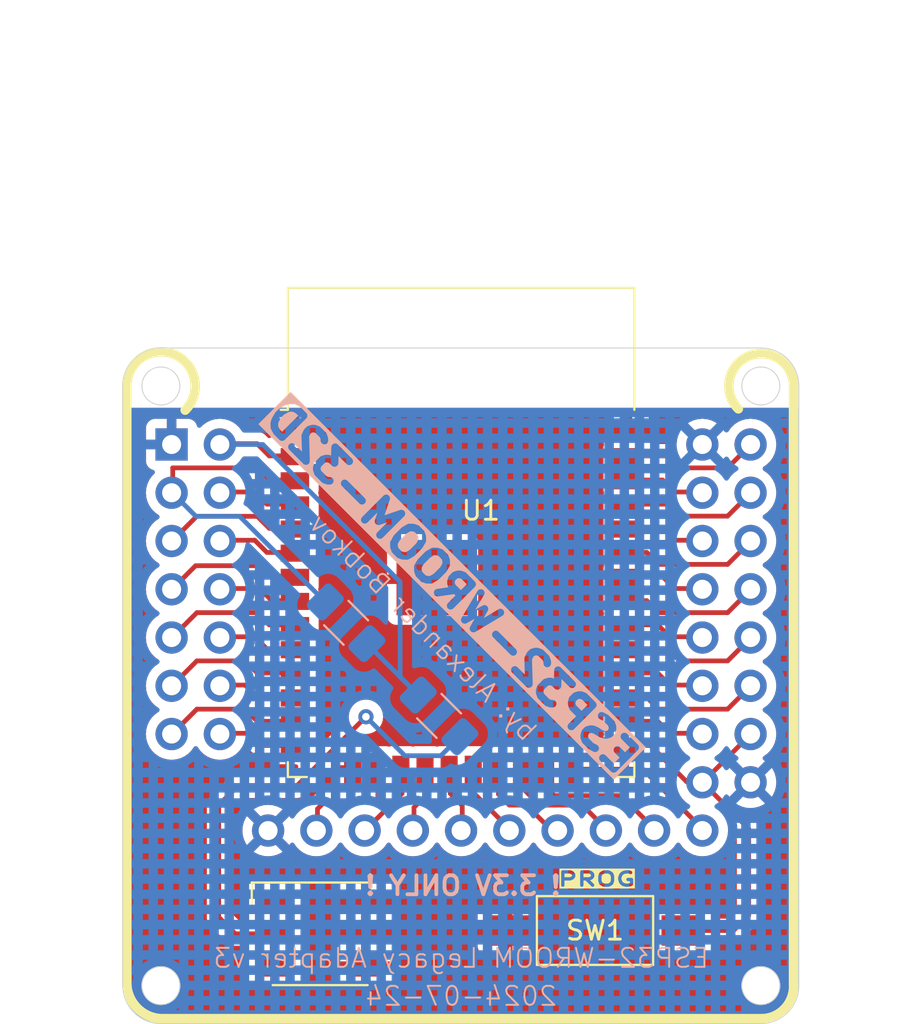
<source format=kicad_pcb>
(kicad_pcb (version 20240108) (generator "pcbnew") (generator_version "8.0")
  (layers (0 "F.Cu" signal) (31 "B.Cu" signal) (34 "B.Paste" user) (35 "F.Paste" user) (36 "B.SilkS" user "B.Silkscreen") (37 "F.SilkS" user "F.Silkscreen") (38 "B.Mask" user) (39 "F.Mask" user) (44 "Edge.Cuts" user))
  (net 0 "")
  (net 1 "GND")
  (net 2 "unconnected-(U1-SENSOR_VP-Pad4)")
  (net 3 "unconnected-(U1-SENSOR_VN-Pad5)")
  (net 4 "unconnected-(U1-IO34-Pad6)")
  (net 5 "unconnected-(U1-IO35-Pad7)")
  (net 6 "unconnected-(U1-IO32-Pad8)")
  (net 7 "unconnected-(U1-IO33-Pad9)")
  (net 8 "unconnected-(U1-IO25-Pad10)")
  (net 9 "unconnected-(U1-IO26-Pad11)")
  (net 10 "unconnected-(U1-IO27-Pad12)")
  (net 11 "unconnected-(U1-IO14-Pad13)")
  (net 12 "unconnected-(U1-IO12-Pad14)")
  (net 13 "unconnected-(U1-IO13-Pad16)")
  (net 14 "unconnected-(U1-SHD{slash}SD2-Pad17)")
  (net 15 "unconnected-(U1-SWP{slash}SD3-Pad18)")
  (net 16 "unconnected-(U1-SCS{slash}CMD-Pad19)")
  (net 17 "unconnected-(U1-SCK{slash}CLK-Pad20)")
  (net 18 "unconnected-(U1-SDO{slash}SD0-Pad21)")
  (net 19 "unconnected-(U1-SDI{slash}SD1-Pad22)")
  (net 20 "unconnected-(U1-IO15-Pad23)")
  (net 21 "unconnected-(U1-IO2-Pad24)")
  (net 22 "unconnected-(U1-IO4-Pad26)")
  (net 23 "unconnected-(U1-IO16-Pad27)")
  (net 24 "unconnected-(U1-IO17-Pad28)")
  (net 25 "unconnected-(U1-IO5-Pad29)")
  (net 26 "unconnected-(U1-IO18-Pad30)")
  (net 27 "unconnected-(U1-IO19-Pad31)")
  (net 28 "unconnected-(U1-NC-Pad32)")
  (net 29 "unconnected-(U1-IO21-Pad33)")
  (net 30 "unconnected-(U1-RXD0{slash}IO3-Pad34)")
  (net 31 "unconnected-(U1-TXD0{slash}IO1-Pad35)")
  (net 32 "unconnected-(U1-IO22-Pad36)")
  (net 33 "unconnected-(U1-IO23-Pad37)")
  (net 34 "+3V3")
  (net 36 "Net-(D1-AB)")
  (net 37 "Net-(U1-EN)")
  (net 38 "/GPIO0")
  (footprint "Alexander Footprint Library:LED_5050-6" (layer "F.Cu") (at 152.54 107.075)
    (property "Reference" "D1" (hide yes))
    (property "Value" "LED_SMD_5050")
    (fp_line (start -3.6 -2.7) (end 2.5 -2.7) (stroke (width 0.12)) (layer "F.SilkS"))
    (fp_line (start -3.6 -1.6) (end -3.6 -2.7) (stroke (width 0.12)) (layer "F.SilkS"))
    (fp_line (start 2.5 2.7) (end -2.5 2.7) (stroke (width 0.12)) (layer "F.SilkS"))
    (pad "1" smd rect (at -2.4 -1.7 90) (size 1.1 2) (layers "F.Cu" "F.Paste" "F.Mask") (net 36 "Net-(D1-AB)"))
    (pad "2" smd rect (at -2.4 0 90) (size 1.1 2) (layers "F.Cu" "F.Paste" "F.Mask") (net 36 "Net-(D1-AB)"))
    (pad "3" smd rect (at -2.4 1.7 90) (size 1.1 2) (layers "F.Cu" "F.Paste" "F.Mask") (net 36 "Net-(D1-AB)"))
    (pad "4" smd rect (at 2.4 1.7 90) (size 1.1 2) (layers "F.Cu" "F.Paste" "F.Mask") (net 1 "GND"))
    (pad "5" smd rect (at 2.4 0 90) (size 1.1 2) (layers "F.Cu" "F.Paste" "F.Mask") (net 1 "GND"))
    (pad "6" smd rect (at 2.4 -1.7 90) (size 1.1 2) (layers "F.Cu" "F.Paste" "F.Mask") (net 1 "GND"))
  )
  (footprint "Alexander Footprint Library:SW_SPST_6x3" (layer "F.Cu") (at 167.01 106.9 180)
    (property "Reference" "SW1" (at 0 0 0) (layer "F.SilkS"))
    (property "Value" "SW_Push")
    (fp_line (start 3.06 1.81) (end -3.06 1.81) (stroke (width 0.12)) (layer "F.SilkS"))
    (fp_line (start 3.06 -1.81) (end 3.06 1.81) (stroke (width 0.12)) (layer "F.SilkS"))
    (fp_line (start -3.06 1.81) (end -3.06 -1.81) (stroke (width 0.12)) (layer "F.SilkS"))
    (fp_line (start -3.06 -1.81) (end 3.06 -1.81) (stroke (width 0.12)) (layer "F.SilkS"))
    (pad "1" smd rect (at -4.59 0 180) (size 2.18 1.6) (layers "F.Cu" "F.Paste" "F.Mask") (net 38 "/GPIO0"))
    (pad "2" smd rect (at 4.59 0 180) (size 2.18 1.6) (layers "F.Cu" "F.Paste" "F.Mask") (net 1 "GND"))
  )
  (footprint "Alexander Footprint Library:ESP32-WROOM-Adapter-Legacy-v3" (layer "F.Cu") (at 159.96 88.94)
    (property "Reference" "U1" (at 1.04 -4.14 0) (layer "F.SilkS"))
    (property "Value" "ESP32-WROOM-32D")
    (fp_line (start -17.6 -10.6854) (end -17.6 20.9) (stroke (width 0.5)) (layer "F.SilkS"))
    (fp_line (start -9.12 -15.86) (end -9.12 -9.445) (stroke (width 0.12)) (layer "F.SilkS"))
    (fp_line (start -9.12 -15.86) (end 9.12 -15.86) (stroke (width 0.12)) (layer "F.SilkS"))
    (fp_line (start -9.12 -9.445) (end -9.5 -9.445) (stroke (width 0.12)) (layer "F.SilkS"))
    (fp_line (start -9.12 9.1) (end -9.12 9.88) (stroke (width 0.12)) (layer "F.SilkS"))
    (fp_line (start -9.12 9.88) (end -8.12 9.88) (stroke (width 0.12)) (layer "F.SilkS"))
    (fp_line (start 9.12 -15.86) (end 9.12 -9.445) (stroke (width 0.12)) (layer "F.SilkS"))
    (fp_line (start 9.12 9.1) (end 9.12 9.88) (stroke (width 0.12)) (layer "F.SilkS"))
    (fp_line (start 9.12 9.88) (end 8.12 9.88) (stroke (width 0.12)) (layer "F.SilkS"))
    (fp_line (start 15.8854 22.6) (end -15.7 22.6) (stroke (width 0.5)) (layer "F.SilkS"))
    (fp_line (start 17.5 -10.8) (end 17.5 20.7854) (stroke (width 0.5)) (layer "F.SilkS"))
    (fp_arc (start -17.6 -10.6854) (mid -15.117897 -12.365818) (end -14.527166 -9.427166) (stroke (width 0.5)) (layer "F.SilkS"))
    (fp_arc (start -15.700001 22.60263) (mid -17.00953 22.080265) (end -17.6 20.8) (stroke (width 0.5)) (layer "F.SilkS"))
    (fp_arc (start 14.595841 -9.495841) (mid 15.102381 -12.253488) (end 17.499999 -10.8) (stroke (width 0.5)) (layer "F.SilkS"))
    (fp_arc (start 17.5 20.7854) (mid 17.071898 22.033759) (end 15.880748 22.601944) (stroke (width 0.5)) (layer "F.SilkS"))
    (fp_line (start -17.8054 20.86) (end -17.8054 -10.7) (stroke (width 0.05)) (layer "Edge.Cuts"))
    (fp_line (start -15.8054 -12.7) (end 15.78 -12.7) (stroke (width 0.05)) (layer "Edge.Cuts"))
    (fp_line (start 15.78 22.86) (end -15.8054 22.86) (stroke (width 0.05)) (layer "Edge.Cuts"))
    (fp_line (start 17.78 -10.7) (end 17.78 20.86) (stroke (width 0.05)) (layer "Edge.Cuts"))
    (fp_arc (start -17.8054 -10.7) (mid -17.219614 -12.114214) (end -15.8054 -12.7) (stroke (width 0.05)) (layer "Edge.Cuts"))
    (fp_arc (start -15.8054 22.86) (mid -17.219614 22.274214) (end -17.8054 20.86) (stroke (width 0.05)) (layer "Edge.Cuts"))
    (fp_arc (start 15.78 -12.7) (mid 17.194214 -12.114214) (end 17.78 -10.7) (stroke (width 0.05)) (layer "Edge.Cuts"))
    (fp_arc (start 17.78 20.86) (mid 17.194214 22.274214) (end 15.78 22.86) (stroke (width 0.05)) (layer "Edge.Cuts"))
    (fp_circle (center -15.805401 -10.700001) (end -14.805401 -10.700001) (stroke (width 0.05)) (fill none) (layer "Edge.Cuts"))
    (fp_circle (center -15.805401 20.860001) (end -14.805401 20.860001) (stroke (width 0.05)) (fill none) (layer "Edge.Cuts"))
    (fp_circle (center 15.78 -10.7) (end 16.78 -10.7) (stroke (width 0.05)) (fill none) (layer "Edge.Cuts"))
    (fp_circle (center 15.78 20.86) (end 16.78 20.86) (stroke (width 0.05)) (fill none) (layer "Edge.Cuts"))
    (fp_text user "2024-07-24" (at 0 22 0) (layer "B.SilkS") (effects (font (thickness 0.1)) (justify bottom mirror)))
    (fp_text user "! 3.3V ONLY !" (at 0.1 15.6 0) (layer "B.SilkS") (effects (font (thickness 0.2) (bold yes)) (justify mirror)))
    (fp_text user "by: Alexander Bobkov" (at -2 2 -45) (layer "B.SilkS") (effects (font (thickness 0.1)) (justify mirror)))
    (fp_text user "ESP32-WROOM-32D" (at -0.5 -0.1 -45) (layer "B.SilkS" knockout) (effects (font (size 1.6 1.7) (thickness 0.4) (bold yes)) (justify mirror)))
    (fp_text user "ESP32-WROOM Legacy Adapter v3" (at 0 20 0) (layer "B.SilkS") (effects (font (thickness 0.1)) (justify bottom mirror)))
    (pad "1" thru_hole rect (at -15.24 -7.62) (size 1.7 1.7) (drill 1) (layers "*.Cu" "*.Mask") (net 1 "GND"))
    (pad "1" smd rect (at -8.75 -8.25) (size 1.5 0.9) (layers "F.Cu" "F.Paste" "F.Mask") (net 1 "GND"))
    (pad "2" thru_hole circle (at -12.7 -7.62) (size 1.7 1.7) (drill 1) (layers "*.Cu" "*.Mask") (net 34 "+3V3"))
    (pad "2" smd rect (at -8.75 -6.98) (size 1.5 0.9) (layers "F.Cu" "F.Paste" "F.Mask") (net 34 "+3V3"))
    (pad "3" thru_hole circle (at -15.24 -5.08) (size 1.7 1.7) (drill 1) (layers "*.Cu" "*.Mask") (net 37 "Net-(U1-EN)"))
    (pad "3" smd rect (at -8.75 -5.71) (size 1.5 0.9) (layers "F.Cu" "F.Paste" "F.Mask") (net 37 "Net-(U1-EN)"))
    (pad "4" thru_hole circle (at -12.7 -5.08) (size 1.7 1.7) (drill 1) (layers "*.Cu" "*.Mask") (net 2 "unconnected-(U1-SENSOR_VP-Pad4)"))
    (pad "4" smd rect (at -8.75 -4.44) (size 1.5 0.9) (layers "F.Cu" "F.Paste" "F.Mask") (net 2 "unconnected-(U1-SENSOR_VP-Pad4)"))
    (pad "5" thru_hole circle (at -15.24 -2.54) (size 1.7 1.7) (drill 1) (layers "*.Cu" "*.Mask") (net 3 "unconnected-(U1-SENSOR_VN-Pad5)"))
    (pad "5" smd rect (at -8.75 -3.17) (size 1.5 0.9) (layers "F.Cu" "F.Paste" "F.Mask") (net 3 "unconnected-(U1-SENSOR_VN-Pad5)"))
    (pad "6" thru_hole circle (at -12.7 -2.54) (size 1.7 1.7) (drill 1) (layers "*.Cu" "*.Mask") (net 4 "unconnected-(U1-IO34-Pad6)"))
    (pad "6" smd rect (at -8.75 -1.9) (size 1.5 0.9) (layers "F.Cu" "F.Paste" "F.Mask") (net 4 "unconnected-(U1-IO34-Pad6)"))
    (pad "7" thru_hole circle (at -15.24 0) (size 1.7 1.7) (drill 1) (layers "*.Cu" "*.Mask") (net 5 "unconnected-(U1-IO35-Pad7)"))
    (pad "7" smd rect (at -8.75 -0.63) (size 1.5 0.9) (layers "F.Cu" "F.Paste" "F.Mask") (net 5 "unconnected-(U1-IO35-Pad7)"))
    (pad "8" thru_hole circle (at -12.7 0) (size 1.7 1.7) (drill 1) (layers "*.Cu" "*.Mask") (net 6 "unconnected-(U1-IO32-Pad8)"))
    (pad "8" smd rect (at -8.75 0.64) (size 1.5 0.9) (layers "F.Cu" "F.Paste" "F.Mask") (net 6 "unconnected-(U1-IO32-Pad8)"))
    (pad "9" thru_hole circle (at -15.24 2.54) (size 1.7 1.7) (drill 1) (layers "*.Cu" "*.Mask") (net 7 "unconnected-(U1-IO33-Pad9)"))
    (pad "9" smd rect (at -8.75 1.91) (size 1.5 0.9) (layers "F.Cu" "F.Paste" "F.Mask") (net 7 "unconnected-(U1-IO33-Pad9)"))
    (pad "10" thru_hole circle (at -12.7 2.54) (size 1.7 1.7) (drill 1) (layers "*.Cu" "*.Mask") (net 8 "unconnected-(U1-IO25-Pad10)"))
    (pad "10" smd rect (at -8.75 3.18) (size 1.5 0.9) (layers "F.Cu" "F.Paste" "F.Mask") (net 8 "unconnected-(U1-IO25-Pad10)"))
    (pad "11" thru_hole circle (at -15.24 5.08) (size 1.7 1.7) (drill 1) (layers "*.Cu" "*.Mask") (net 9 "unconnected-(U1-IO26-Pad11)"))
    (pad "11" smd rect (at -8.75 4.45) (size 1.5 0.9) (layers "F.Cu" "F.Paste" "F.Mask") (net 9 "unconnected-(U1-IO26-Pad11)"))
    (pad "12" thru_hole circle (at -12.7 5.08) (size 1.7 1.7) (drill 1) (layers "*.Cu" "*.Mask") (net 10 "unconnected-(U1-IO27-Pad12)"))
    (pad "12" smd rect (at -8.75 5.72) (size 1.5 0.9) (layers "F.Cu" "F.Paste" "F.Mask") (net 10 "unconnected-(U1-IO27-Pad12)"))
    (pad "13" thru_hole circle (at -15.24 7.62) (size 1.7 1.7) (drill 1) (layers "*.Cu" "*.Mask") (net 11 "unconnected-(U1-IO14-Pad13)"))
    (pad "13" smd rect (at -8.75 6.99) (size 1.5 0.9) (layers "F.Cu" "F.Paste" "F.Mask") (net 11 "unconnected-(U1-IO14-Pad13)"))
    (pad "14" thru_hole circle (at -12.7 7.62) (size 1.7 1.7) (drill 1) (layers "*.Cu" "*.Mask") (net 12 "unconnected-(U1-IO12-Pad14)"))
    (pad "14" smd rect (at -8.75 8.26) (size 1.5 0.9) (layers "F.Cu" "F.Paste" "F.Mask") (net 12 "unconnected-(U1-IO12-Pad14)"))
    (pad "15" thru_hole circle (at -10.16 12.7) (size 1.7 1.7) (drill 1) (layers "*.Cu" "*.Mask") (net 1 "GND"))
    (pad "15" smd rect (at -5.71 9.51 90) (size 1.5 0.9) (layers "F.Cu" "F.Paste" "F.Mask") (net 1 "GND"))
    (pad "16" thru_hole circle (at -7.62 12.7) (size 1.7 1.7) (drill 1) (layers "*.Cu" "*.Mask") (net 13 "unconnected-(U1-IO13-Pad16)"))
    (pad "16" smd rect (at -4.44 9.51 90) (size 1.5 0.9) (layers "F.Cu" "F.Paste" "F.Mask") (net 13 "unconnected-(U1-IO13-Pad16)"))
    (pad "17" thru_hole circle (at -5.08 12.7) (size 1.7 1.7) (drill 1) (layers "*.Cu" "*.Mask") (net 14 "unconnected-(U1-SHD{slash}SD2-Pad17)"))
    (pad "17" smd rect (at -3.17 9.51 90) (size 1.5 0.9) (layers "F.Cu" "F.Paste" "F.Mask") (net 14 "unconnected-(U1-SHD{slash}SD2-Pad17)"))
    (pad "18" thru_hole circle (at -2.54 12.7) (size 1.7 1.7) (drill 1) (layers "*.Cu" "*.Mask") (net 15 "unconnected-(U1-SWP{slash}SD3-Pad18)"))
    (pad "18" smd rect (at -1.9 9.51 90) (size 1.5 0.9) (layers "F.Cu" "F.Paste" "F.Mask") (net 15 "unconnected-(U1-SWP{slash}SD3-Pad18)"))
    (pad "19" smd rect (at -0.63 9.51 90) (size 1.5 0.9) (layers "F.Cu" "F.Paste" "F.Mask") (net 16 "unconnected-(U1-SCS{slash}CMD-Pad19)"))
    (pad "19" thru_hole circle (at 0 12.7) (size 1.7 1.7) (drill 1) (layers "*.Cu" "*.Mask") (net 16 "unconnected-(U1-SCS{slash}CMD-Pad19)"))
    (pad "20" smd rect (at 0.64 9.51 90) (size 1.5 0.9) (layers "F.Cu" "F.Paste" "F.Mask") (net 17 "unconnected-(U1-SCK{slash}CLK-Pad20)"))
    (pad "20" thru_hole circle (at 2.54 12.7) (size 1.7 1.7) (drill 1) (layers "*.Cu" "*.Mask") (net 17 "unconnected-(U1-SCK{slash}CLK-Pad20)"))
    (pad "21" smd rect (at 1.91 9.51 90) (size 1.5 0.9) (layers "F.Cu" "F.Paste" "F.Mask") (net 18 "unconnected-(U1-SDO{slash}SD0-Pad21)"))
    (pad "21" thru_hole circle (at 5.08 12.7) (size 1.7 1.7) (drill 1) (layers "*.Cu" "*.Mask") (net 18 "unconnected-(U1-SDO{slash}SD0-Pad21)"))
    (pad "22" smd rect (at 3.18 9.51 90) (size 1.5 0.9) (layers "F.Cu" "F.Paste" "F.Mask") (net 19 "unconnected-(U1-SDI{slash}SD1-Pad22)"))
    (pad "22" thru_hole circle (at 7.62 12.7) (size 1.7 1.7) (drill 1) (layers "*.Cu" "*.Mask") (net 19 "unconnected-(U1-SDI{slash}SD1-Pad22)"))
    (pad "23" smd rect (at 4.45 9.51 90) (size 1.5 0.9) (layers "F.Cu" "F.Paste" "F.Mask") (net 20 "unconnected-(U1-IO15-Pad23)"))
    (pad "23" thru_hole circle (at 10.16 12.7) (size 1.7 1.7) (drill 1) (layers "*.Cu" "*.Mask") (net 20 "unconnected-(U1-IO15-Pad23)"))
    (pad "24" smd rect (at 5.72 9.51 90) (size 1.5 0.9) (layers "F.Cu" "F.Paste" "F.Mask") (net 21 "unconnected-(U1-IO2-Pad24)"))
    (pad "24" thru_hole circle (at 12.7 12.7) (size 1.7 1.7) (drill 1) (layers "*.Cu" "*.Mask") (net 21 "unconnected-(U1-IO2-Pad24)"))
    (pad "25" smd rect (at 8.75 8.26) (size 1.5 0.9) (layers "F.Cu" "F.Paste" "F.Mask") (net 38 "/GPIO0"))
    (pad "25" thru_hole circle (at 12.7 10.16) (size 1.7 1.7) (drill 1) (layers "*.Cu" "*.Mask") (net 38 "/GPIO0"))
    (pad "25" thru_hole circle (at 15.24 7.62) (size 1.7 1.7) (drill 1) (layers "*.Cu" "*.Mask") (net 38 "/GPIO0"))
    (pad "26" smd rect (at 8.75 6.99) (size 1.5 0.9) (layers "F.Cu" "F.Paste" "F.Mask") (net 22 "unconnected-(U1-IO4-Pad26)"))
    (pad "26" thru_hole circle (at 12.7 7.62) (size 1.7 1.7) (drill 1) (layers "*.Cu" "*.Mask") (net 22 "unconnected-(U1-IO4-Pad26)"))
    (pad "27" smd rect (at 8.75 5.72) (size 1.5 0.9) (layers "F.Cu" "F.Paste" "F.Mask") (net 23 "unconnected-(U1-IO16-Pad27)"))
    (pad "27" thru_hole circle (at 15.24 5.08) (size 1.7 1.7) (drill 1) (layers "*.Cu" "*.Mask") (net 23 "unconnected-(U1-IO16-Pad27)"))
    (pad "28" smd rect (at 8.75 4.45) (size 1.5 0.9) (layers "F.Cu" "F.Paste" "F.Mask") (net 24 "unconnected-(U1-IO17-Pad28)"))
    (pad "28" thru_hole circle (at 12.7 5.08) (size 1.7 1.7) (drill 1) (layers "*.Cu" "*.Mask") (net 24 "unconnected-(U1-IO17-Pad28)"))
    (pad "29" smd rect (at 8.75 3.18) (size 1.5 0.9) (layers "F.Cu" "F.Paste" "F.Mask") (net 25 "unconnected-(U1-IO5-Pad29)"))
    (pad "29" thru_hole circle (at 15.24 2.54) (size 1.7 1.7) (drill 1) (layers "*.Cu" "*.Mask") (net 25 "unconnected-(U1-IO5-Pad29)"))
    (pad "30" smd rect (at 8.75 1.91) (size 1.5 0.9) (layers "F.Cu" "F.Paste" "F.Mask") (net 26 "unconnected-(U1-IO18-Pad30)"))
    (pad "30" thru_hole circle (at 12.7 2.54) (size 1.7 1.7) (drill 1) (layers "*.Cu" "*.Mask") (net 26 "unconnected-(U1-IO18-Pad30)"))
    (pad "31" smd rect (at 8.75 0.64) (size 1.5 0.9) (layers "F.Cu" "F.Paste" "F.Mask") (net 27 "unconnected-(U1-IO19-Pad31)"))
    (pad "31" thru_hole circle (at 15.24 0) (size 1.7 1.7) (drill 1) (layers "*.Cu" "*.Mask") (net 27 "unconnected-(U1-IO19-Pad31)"))
    (pad "32" smd rect (at 8.75 -0.63) (size 1.5 0.9) (layers "F.Cu" "F.Paste" "F.Mask") (net 28 "unconnected-(U1-NC-Pad32)"))
    (pad "32" thru_hole circle (at 12.7 0) (size 1.7 1.7) (drill 1) (layers "*.Cu" "*.Mask"))
    (pad "33" smd rect (at 8.75 -1.9) (size 1.5 0.9) (layers "F.Cu" "F.Paste" "F.Mask") (net 29 "unconnected-(U1-IO21-Pad33)"))
    (pad "33" thru_hole circle (at 15.24 -2.54) (size 1.7 1.7) (drill 1) (layers "*.Cu" "*.Mask") (net 29 "unconnected-(U1-IO21-Pad33)"))
    (pad "34" smd rect (at 8.75 -3.17) (size 1.5 0.9) (layers "F.Cu" "F.Paste" "F.Mask") (net 30 "unconnected-(U1-RXD0{slash}IO3-Pad34)"))
    (pad "34" thru_hole circle (at 12.7 -2.54) (size 1.7 1.7) (drill 1) (layers "*.Cu" "*.Mask") (net 30 "unconnected-(U1-RXD0{slash}IO3-Pad34)"))
    (pad "35" smd rect (at 8.75 -4.44) (size 1.5 0.9) (layers "F.Cu" "F.Paste" "F.Mask") (net 31 "unconnected-(U1-TXD0{slash}IO1-Pad35)"))
    (pad "35" thru_hole circle (at 15.24 -5.08) (size 1.7 1.7) (drill 1) (layers "*.Cu" "*.Mask") (net 31 "unconnected-(U1-TXD0{slash}IO1-Pad35)"))
    (pad "36" smd rect (at 8.75 -5.71) (size 1.5 0.9) (layers "F.Cu" "F.Paste" "F.Mask") (net 32 "unconnected-(U1-IO22-Pad36)"))
    (pad "36" thru_hole circle (at 12.7 -5.08) (size 1.7 1.7) (drill 1) (layers "*.Cu" "*.Mask") (net 32 "unconnected-(U1-IO22-Pad36)"))
    (pad "37" smd rect (at 8.75 -6.98) (size 1.5 0.9) (layers "F.Cu" "F.Paste" "F.Mask") (net 33 "unconnected-(U1-IO23-Pad37)"))
    (pad "37" thru_hole circle (at 15.24 -7.62) (size 1.7 1.7) (drill 1) (layers "*.Cu" "*.Mask") (net 33 "unconnected-(U1-IO23-Pad37)"))
    (pad "38" smd rect (at 8.75 -8.25) (size 1.5 0.9) (layers "F.Cu" "F.Paste" "F.Mask") (net 1 "GND"))
    (pad "38" thru_hole circle (at 12.7 -7.62) (size 1.7 1.7) (drill 1) (layers "*.Cu" "*.Mask") (net 1 "GND"))
    (pad "38" thru_hole circle (at 15.24 10.16) (size 1.7 1.7) (drill 1) (layers "*.Cu" "*.Mask") (net 1 "GND"))
    (pad "39" smd rect (at -1.5 -0.53) (size 3.8 3.8) (layers "F.Cu" "F.Mask") (net 1 "GND"))
    (zone (net 0) (net_name "") (layers "*.Cu") (connect_pads (clearance 0)) (min_thickness 0.254)
      (keepout (tracks not_allowed) (vias not_allowed) (pads not_allowed) (copperpour not_allowed) (footprints not_allowed))
      (fill (thermal_gap 0.508) (thermal_bridge_width 0.508))
      (polygon (pts (xy 135.96 79.39) (xy 183.96 79.39) (xy 183.96 58.2) (xy 135.96 58.2)))
    )
  )
  (footprint "Resistor_SMD:R_1206_3216Metric_Pad1.30x1.75mm_HandSolder" (layer "B.Cu") (at 153.903984 90.703984 135)
    (property "Reference" "R2" (hide yes))
    (property "Value" "R")
    (fp_line (start 0.727064 -0.91) (end -0.727064 -0.91) (stroke (width 0.12)) (layer "B.SilkS"))
    (fp_line (start 0.727064 0.91) (end -0.727064 0.91) (stroke (width 0.12)) (layer "B.SilkS"))
    (pad "1" smd roundrect (at -1.550001 0 135) (size 1.3 1.75) (layers "B.Cu" "B.Paste" "B.Mask") (roundrect_rratio 0.192308) (net 34 "+3V3"))
    (pad "2" smd roundrect (at 1.550001 0 135) (size 1.3 1.75) (layers "B.Cu" "B.Paste" "B.Mask") (roundrect_rratio 0.192308) (net 37 "Net-(U1-EN)"))
  )
  (footprint "Resistor_SMD:R_1206_3216Metric_Pad1.30x1.75mm_HandSolder" (layer "B.Cu") (at 158.8 95.603984 -45)
    (property "Reference" "R1" (hide yes))
    (property "Value" "R")
    (fp_line (start 0.727064 0.91) (end -0.727064 0.91) (stroke (width 0.12)) (layer "B.SilkS"))
    (fp_line (start 0.727064 -0.91) (end -0.727064 -0.91) (stroke (width 0.12)) (layer "B.SilkS"))
    (pad "1" smd roundrect (at -1.550001 0 315) (size 1.3 1.75) (layers "B.Cu" "B.Paste" "B.Mask") (roundrect_rratio 0.192308) (net 34 "+3V3"))
    (pad "2" smd roundrect (at 1.550001 0 315) (size 1.3 1.75) (layers "B.Cu" "B.Paste" "B.Mask") (roundrect_rratio 0.192308) (net 36 "Net-(D1-AB)"))
  )
  (gr_text "PROG" (at 167.1 104.2 0) (layer "F.SilkS" knockout) (effects (font (size 0.7 1) (thickness 0.175) (bold yes))))
  (segment (start 147.32 83.82) (end 149.098 83.82) (width 0.25) (layer "F.Cu") (net 2))
  (segment (start 149.098 83.82) (end 149.738 84.46) (width 0.25) (layer "F.Cu") (net 2))
  (segment (start 149.738 84.46) (end 151.27 84.46) (width 0.25) (layer "F.Cu") (net 2))
  (segment (start 144.78 86.36) (end 146.04 85.1) (width 0.25) (layer "F.Cu") (net 3))
  (segment (start 149.86 85.73) (end 151.27 85.73) (width 0.25) (layer "F.Cu") (net 3))
  (segment (start 149.23 85.1) (end 149.86 85.73) (width 0.25) (layer "F.Cu") (net 3))
  (segment (start 146.04 85.1) (end 149.23 85.1) (width 0.25) (layer "F.Cu") (net 3))
  (segment (start 149.098 86.36) (end 147.32 86.36) (width 0.25) (layer "F.Cu") (net 4))
  (segment (start 149.738 87) (end 149.098 86.36) (width 0.25) (layer "F.Cu") (net 4))
  (segment (start 151.27 87) (end 149.738 87) (width 0.25) (layer "F.Cu") (net 4))
  (segment (start 145.98 87.7) (end 149.29 87.7) (width 0.25) (layer "F.Cu") (net 5))
  (segment (start 149.86 88.27) (end 151.27 88.27) (width 0.25) (layer "F.Cu") (net 5))
  (segment (start 144.78 88.9) (end 145.98 87.7) (width 0.25) (layer "F.Cu") (net 5))
  (segment (start 149.29 87.7) (end 149.86 88.27) (width 0.25) (layer "F.Cu") (net 5))
  (segment (start 151.27 89.54) (end 149.992 89.54) (width 0.25) (layer "F.Cu") (net 6))
  (segment (start 149.352 88.9) (end 147.32 88.9) (width 0.25) (layer "F.Cu") (net 6))
  (segment (start 149.992 89.54) (end 149.352 88.9) (width 0.25) (layer "F.Cu") (net 6))
  (segment (start 149.22 90.17) (end 149.86 90.81) (width 0.25) (layer "F.Cu") (net 7))
  (segment (start 146.05 90.17) (end 149.22 90.17) (width 0.25) (layer "F.Cu") (net 7))
  (segment (start 144.78 91.44) (end 146.05 90.17) (width 0.25) (layer "F.Cu") (net 7))
  (segment (start 149.86 90.81) (end 151.27 90.81) (width 0.25) (layer "F.Cu") (net 7))
  (segment (start 149.738 92.08) (end 149.098 91.44) (width 0.25) (layer "F.Cu") (net 8))
  (segment (start 151.27 92.08) (end 149.738 92.08) (width 0.25) (layer "F.Cu") (net 8))
  (segment (start 149.098 91.44) (end 147.32 91.44) (width 0.25) (layer "F.Cu") (net 8))
  (segment (start 148.59 92.71) (end 146.05 92.71) (width 0.25) (layer "F.Cu") (net 9))
  (segment (start 149.23 93.35) (end 148.59 92.71) (width 0.25) (layer "F.Cu") (net 9))
  (segment (start 146.05 92.71) (end 144.78 93.98) (width 0.25) (layer "F.Cu") (net 9))
  (segment (start 151.27 93.35) (end 149.23 93.35) (width 0.25) (layer "F.Cu") (net 9))
  (segment (start 151.27 94.62) (end 149.23 94.62) (width 0.25) (layer "F.Cu") (net 10))
  (segment (start 148.59 93.98) (end 147.32 93.98) (width 0.25) (layer "F.Cu") (net 10))
  (segment (start 149.23 94.62) (end 148.59 93.98) (width 0.25) (layer "F.Cu") (net 10))
  (segment (start 144.78 96.52) (end 146.05 95.25) (width 0.25) (layer "F.Cu") (net 11))
  (segment (start 146.05 95.25) (end 148.59 95.25) (width 0.25) (layer "F.Cu") (net 11))
  (segment (start 149.23 95.89) (end 151.27 95.89) (width 0.25) (layer "F.Cu") (net 11))
  (segment (start 148.59 95.25) (end 149.23 95.89) (width 0.25) (layer "F.Cu") (net 11))
  (segment (start 148.844 96.52) (end 147.32 96.52) (width 0.25) (layer "F.Cu") (net 12))
  (segment (start 149.484 97.16) (end 148.844 96.52) (width 0.25) (layer "F.Cu") (net 12))
  (segment (start 151.27 97.16) (end 149.484 97.16) (width 0.25) (layer "F.Cu") (net 12))
  (segment (start 152.4 101.6) (end 152.4 100.5) (width 0.25) (layer "F.Cu") (net 13))
  (segment (start 155.4 100.1) (end 155.58 99.92) (width 0.25) (layer "F.Cu") (net 13))
  (segment (start 152.8 100.1) (end 155.4 100.1) (width 0.25) (layer "F.Cu") (net 13))
  (segment (start 155.58 99.92) (end 155.58 98.41) (width 0.25) (layer "F.Cu") (net 13))
  (segment (start 152.4 100.5) (end 152.8 100.1) (width 0.25) (layer "F.Cu") (net 13))
  (segment (start 154.94 101.6) (end 156.85 99.69) (width 0.25) (layer "F.Cu") (net 14))
  (segment (start 156.85 99.69) (end 156.85 98.41) (width 0.25) (layer "F.Cu") (net 14))
  (segment (start 157.48 100.42) (end 158.12 99.78) (width 0.25) (layer "F.Cu") (net 15))
  (segment (start 158.12 99.78) (end 158.12 98.41) (width 0.25) (layer "F.Cu") (net 15))
  (segment (start 157.48 101.6) (end 157.48 100.42) (width 0.25) (layer "F.Cu") (net 15))
  (segment (start 160.02 101.6) (end 160.02 100.32) (width 0.25) (layer "F.Cu") (net 16))
  (segment (start 159.39 99.69) (end 159.39 98.41) (width 0.25) (layer "F.Cu") (net 16))
  (segment (start 160.02 100.32) (end 159.39 99.69) (width 0.25) (layer "F.Cu") (net 16))
  (segment (start 162.56 101.6) (end 160.66 99.7) (width 0.25) (layer "F.Cu") (net 17))
  (segment (start 160.66 99.7) (end 160.66 98.41) (width 0.25) (layer "F.Cu") (net 17))
  (segment (start 163.4 100.3) (end 162.5 100.3) (width 0.25) (layer "F.Cu") (net 18))
  (segment (start 161.93 99.73) (end 161.93 98.41) (width 0.25) (layer "F.Cu") (net 18))
  (segment (start 164.7 101.6) (end 163.4 100.3) (width 0.25) (layer "F.Cu") (net 18))
  (segment (start 165.1 101.6) (end 164.7 101.6) (width 0.25) (layer "F.Cu") (net 18))
  (segment (start 162.5 100.3) (end 161.93 99.73) (width 0.25) (layer "F.Cu") (net 18))
  (segment (start 164.09 100.3) (end 166.34 100.3) (width 0.25) (layer "F.Cu") (net 19))
  (segment (start 163.2 98.41) (end 163.2 99.41) (width 0.25) (layer "F.Cu") (net 19))
  (segment (start 166.34 100.3) (end 167.64 101.6) (width 0.25) (layer "F.Cu") (net 19))
  (segment (start 163.2 99.41) (end 164.09 100.3) (width 0.25) (layer "F.Cu") (net 19))
  (segment (start 164.47 99.41) (end 164.86 99.8) (width 0.25) (layer "F.Cu") (net 20))
  (segment (start 164.47 98.41) (end 164.47 99.41) (width 0.25) (layer "F.Cu") (net 20))
  (segment (start 168.38 99.8) (end 170.18 101.6) (width 0.25) (layer "F.Cu") (net 20))
  (segment (start 164.86 99.8) (end 168.38 99.8) (width 0.25) (layer "F.Cu") (net 20))
  (segment (start 169.53 98.41) (end 172.72 101.6) (width 0.25) (layer "F.Cu") (net 21))
  (segment (start 165.74 98.41) (end 169.53 98.41) (width 0.25) (layer "F.Cu") (net 21))
  (segment (start 170.942 96.52) (end 172.72 96.52) (width 0.25) (layer "F.Cu") (net 22))
  (segment (start 170.312 95.89) (end 170.942 96.52) (width 0.25) (layer "F.Cu") (net 22))
  (segment (start 168.77 95.89) (end 170.312 95.89) (width 0.25) (layer "F.Cu") (net 22))
  (segment (start 173.99 95.25) (end 175.26 93.98) (width 0.25) (layer "F.Cu") (net 23))
  (segment (start 169.733 94.62) (end 170.363 95.25) (width 0.25) (layer "F.Cu") (net 23))
  (segment (start 170.363 95.25) (end 173.99 95.25) (width 0.25) (layer "F.Cu") (net 23))
  (segment (start 168.77 94.62) (end 169.733 94.62) (width 0.25) (layer "F.Cu") (net 23))
  (segment (start 168.77 93.35) (end 170.312 93.35) (width 0.25) (layer "F.Cu") (net 24))
  (segment (start 170.942 93.98) (end 172.72 93.98) (width 0.25) (layer "F.Cu") (net 24))
  (segment (start 170.312 93.35) (end 170.942 93.98) (width 0.25) (layer "F.Cu") (net 24))
  (segment (start 171.074 92.08) (end 171.704 92.71) (width 0.25) (layer "F.Cu") (net 25))
  (segment (start 173.99 92.71) (end 175.26 91.44) (width 0.25) (layer "F.Cu") (net 25))
  (segment (start 168.77 92.08) (end 171.074 92.08) (width 0.25) (layer "F.Cu") (net 25))
  (segment (start 171.704 92.71) (end 173.99 92.71) (width 0.25) (layer "F.Cu") (net 25))
  (segment (start 170.942 91.44) (end 172.72 91.44) (width 0.25) (layer "F.Cu") (net 26))
  (segment (start 170.312 90.81) (end 170.942 91.44) (width 0.25) (layer "F.Cu") (net 26))
  (segment (start 168.77 90.81) (end 170.312 90.81) (width 0.25) (layer "F.Cu") (net 26))
  (segment (start 173.99 90.17) (end 175.26 88.9) (width 0.25) (layer "F.Cu") (net 27))
  (segment (start 168.77 89.54) (end 169.733 89.54) (width 0.25) (layer "F.Cu") (net 27))
  (segment (start 170.363 90.17) (end 173.99 90.17) (width 0.25) (layer "F.Cu") (net 27))
  (segment (start 169.733 89.54) (end 170.363 90.17) (width 0.25) (layer "F.Cu") (net 27))
  (segment (start 171.196 88.9) (end 172.72 88.9) (width 0.25) (layer "F.Cu") (net 28))
  (segment (start 168.77 88.27) (end 170.566 88.27) (width 0.25) (layer "F.Cu") (net 28))
  (segment (start 170.566 88.27) (end 171.196 88.9) (width 0.25) (layer "F.Cu") (net 28))
  (segment (start 170.363 87.63) (end 173.99 87.63) (width 0.25) (layer "F.Cu") (net 29))
  (segment (start 173.99 87.63) (end 175.26 86.36) (width 0.25) (layer "F.Cu") (net 29))
  (segment (start 168.77 87) (end 169.733 87) (width 0.25) (layer "F.Cu") (net 29))
  (segment (start 169.733 87) (end 170.363 87.63) (width 0.25) (layer "F.Cu") (net 29))
  (segment (start 168.77 85.73) (end 170.566 85.73) (width 0.25) (layer "F.Cu") (net 30))
  (segment (start 170.566 85.73) (end 171.196 86.36) (width 0.25) (layer "F.Cu") (net 30))
  (segment (start 171.196 86.36) (end 172.72 86.36) (width 0.25) (layer "F.Cu") (net 30))
  (segment (start 170.82 84.46) (end 171.45 85.09) (width 0.25) (layer "F.Cu") (net 31))
  (segment (start 173.99 85.09) (end 175.26 83.82) (width 0.25) (layer "F.Cu") (net 31))
  (segment (start 171.45 85.09) (end 173.99 85.09) (width 0.25) (layer "F.Cu") (net 31))
  (segment (start 168.77 84.46) (end 170.82 84.46) (width 0.25) (layer "F.Cu") (net 31))
  (segment (start 168.77 83.19) (end 170.566 83.19) (width 0.25) (layer "F.Cu") (net 32))
  (segment (start 170.566 83.19) (end 171.196 83.82) (width 0.25) (layer "F.Cu") (net 32))
  (segment (start 171.196 83.82) (end 172.72 83.82) (width 0.25) (layer "F.Cu") (net 32))
  (segment (start 173.99 82.55) (end 175.26 81.28) (width 0.25) (layer "F.Cu") (net 33))
  (segment (start 168.77 81.92) (end 170.82 81.92) (width 0.25) (layer "F.Cu") (net 33))
  (segment (start 170.82 81.92) (end 171.45 82.55) (width 0.25) (layer "F.Cu") (net 33))
  (segment (start 171.45 82.55) (end 173.99 82.55) (width 0.25) (layer "F.Cu") (net 33))
  (segment (start 149.22 81.28) (end 149.86 81.92) (width 0.25) (layer "F.Cu") (net 34))
  (segment (start 151.27 81.92) (end 149.86 81.92) (width 0.25) (layer "F.Cu") (net 34))
  (segment (start 147.32 81.28) (end 149.22 81.28) (width 0.25) (layer "F.Cu") (net 34))
  (segment (start 147.26 81.32) (end 149.52 81.32) (width 0.25) (layer "B.Cu") (net 34))
  (segment (start 157.703984 94.503984) (end 157.703984 94.507968) (width 0.25) (layer "B.Cu") (net 34))
  (segment (start 156.75 93.55) (end 157 93.8) (width 0.25) (layer "B.Cu") (net 34))
  (segment (start 149.52 81.32) (end 156.75 88.55) (width 0.25) (layer "B.Cu") (net 34))
  (segment (start 156.75 88.55) (end 156.75 93.55) (width 0.25) (layer "B.Cu") (net 34))
  (segment (start 155 91.8) (end 157.703984 94.503984) (width 0.25) (layer "B.Cu") (net 34))
  (segment (start 151.3 99.3) (end 154.95 95.65) (width 0.25) (layer "F.Cu") (net 36))
  (segment (start 148.2 99.3) (end 151.3 99.3) (width 0.25) (layer "F.Cu") (net 36))
  (segment (start 150.14 107.075) (end 148.075 107.075) (width 0.25) (layer "F.Cu") (net 36))
  (segment (start 150.14 108.775) (end 150.14 107.075) (width 0.5) (layer "F.Cu") (net 36))
  (segment (start 148.075 107.075) (end 147.2 106.2) (width 0.25) (layer "F.Cu") (net 36))
  (segment (start 150.14 107.075) (end 150.14 105.375) (width 0.5) (layer "F.Cu") (net 36))
  (segment (start 147.2 106.2) (end 147.2 100.3) (width 0.25) (layer "F.Cu") (net 36))
  (segment (start 147.2 100.3) (end 148.2 99.3) (width 0.25) (layer "F.Cu") (net 36))
  (via (at 154.95 95.65) (size 0.8) (drill 0.4) (layers "F.Cu" "B.Cu") (net 36))
  (segment (start 154.95 95.65) (end 157 97.7) (width 0.25) (layer "B.Cu") (net 36))
  (segment (start 158.896016 97.7) (end 159.896016 96.7) (width 0.25) (layer "B.Cu") (net 36))
  (segment (start 157 97.7) (end 158.896016 97.7) (width 0.25) (layer "B.Cu") (net 36))
  (segment (start 149.22 82.55) (end 144.78 82.55) (width 0.25) (layer "F.Cu") (net 37))
  (segment (start 149.86 83.19) (end 149.22 82.55) (width 0.25) (layer "F.Cu") (net 37))
  (segment (start 151.27 83.19) (end 149.86 83.19) (width 0.25) (layer "F.Cu") (net 37))
  (segment (start 144.78 82.55) (end 144.78 83.82) (width 0.25) (layer "F.Cu") (net 37))
  (segment (start 152.807968 89.607968) (end 148.3 85.1) (width 0.25) (layer "B.Cu") (net 37))
  (segment (start 144.72 83.82) (end 146 85.1) (width 0.25) (layer "B.Cu") (net 37))
  (segment (start 148.3 85.1) (end 147.3 85.1) (width 0.25) (layer "B.Cu") (net 37))
  (segment (start 146 85.1) (end 147.3 85.1) (width 0.25) (layer "B.Cu") (net 37))
  (segment (start 172.66 99.1) (end 175.1 101.54) (width 0.25) (layer "F.Cu") (net 38))
  (segment (start 171.826 99.06) (end 172.72 99.06) (width 0.25) (layer "F.Cu") (net 38))
  (segment (start 169.926 97.16) (end 171.826 99.06) (width 0.25) (layer "F.Cu") (net 38))
  (segment (start 174.3 106.9) (end 171.6 106.9) (width 0.25) (layer "F.Cu") (net 38))
  (segment (start 175.1 106.1) (end 174.3 106.9) (width 0.25) (layer "F.Cu") (net 38))
  (segment (start 175.1 101.54) (end 175.1 106.1) (width 0.25) (layer "F.Cu") (net 38))
  (segment (start 172.72 99.06) (end 175.26 96.52) (width 0.25) (layer "F.Cu") (net 38))
  (segment (start 168.77 97.16) (end 169.926 97.16) (width 0.25) (layer "F.Cu") (net 38))
  (zone (net 1) (net_name "GND") (layer "F.Cu") (connect_pads (clearance 0.5)) (min_thickness 0.25) (fill yes (thermal_gap 0.5) (thermal_bridge_width 0.5))
    (polygon (pts (xy 142.2 76.2) (xy 177.8 76.2) (xy 177.8 111.8) (xy 142.2 111.7)))
  )
  (zone (net 1) (net_name "GND") (layer "B.Cu") (priority 1) (connect_pads (clearance 0.5)) (min_thickness 0.25) (fill yes (mode hatch) (thermal_gap 0.5) (thermal_bridge_width 0.5) (hatch_thickness 0.5) (hatch_gap 0.3) (hatch_orientation 0) (hatch_border_algorithm hatch_thickness) (hatch_min_hole_area 0.3))
    (polygon (pts (xy 142.1 76.2) (xy 177.8 76.2) (xy 177.8 111.8) (xy 142 111.7)))
  )
)
</source>
